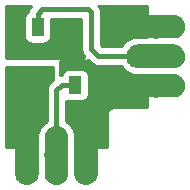
<source format=gbr>
G04 #@! TF.GenerationSoftware,KiCad,Pcbnew,(2017-05-31 revision c0bb8a30c)-makepkg*
G04 #@! TF.CreationDate,2017-07-13T16:13:06-05:00*
G04 #@! TF.ProjectId,45 Neo,3435204E656F2E6B696361645F706362,rev?*
G04 #@! TF.FileFunction,Copper,L1,Top,Signal*
G04 #@! TF.FilePolarity,Positive*
%FSLAX46Y46*%
G04 Gerber Fmt 4.6, Leading zero omitted, Abs format (unit mm)*
G04 Created by KiCad (PCBNEW (2017-05-31 revision c0bb8a30c)-makepkg) date 07/13/17 16:13:06*
%MOMM*%
%LPD*%
G01*
G04 APERTURE LIST*
%ADD10C,0.100000*%
%ADD11C,0.600000*%
%ADD12R,0.750000X0.800000*%
%ADD13C,2.000000*%
%ADD14R,1.000000X1.500000*%
%ADD15C,0.400000*%
%ADD16C,0.254000*%
G04 APERTURE END LIST*
D10*
D11*
X60000000Y-8500000D03*
X60000000Y-7500000D03*
X60000000Y-1500000D03*
X60000000Y-2500000D03*
X64800000Y-5000000D03*
X55000000Y-14800000D03*
X58500000Y-10000000D03*
X51500000Y-10000000D03*
X62000000Y-5000000D03*
X55000000Y-12000000D03*
X57500000Y-10000000D03*
X52500000Y-10000000D03*
D12*
X51400000Y-6300000D03*
X51400000Y-4800000D03*
D10*
G36*
X64998017Y-4004814D02*
X65095090Y-4019214D01*
X65190285Y-4043059D01*
X65282683Y-4076119D01*
X65371397Y-4118078D01*
X65455570Y-4168529D01*
X65534393Y-4226989D01*
X65607107Y-4292892D01*
X65673010Y-4365606D01*
X65731470Y-4444429D01*
X65781921Y-4528602D01*
X65823880Y-4617316D01*
X65856940Y-4709714D01*
X65880785Y-4804909D01*
X65895185Y-4901982D01*
X65900000Y-4999999D01*
X65900000Y-5000001D01*
X65895185Y-5098018D01*
X65880785Y-5195091D01*
X65856940Y-5290286D01*
X65823880Y-5382684D01*
X65781921Y-5471398D01*
X65731470Y-5555571D01*
X65673010Y-5634394D01*
X65607107Y-5707108D01*
X65534393Y-5773011D01*
X65455570Y-5831471D01*
X65371397Y-5881922D01*
X65282683Y-5923881D01*
X65190285Y-5956941D01*
X65095090Y-5980786D01*
X64998017Y-5995186D01*
X64900000Y-6000001D01*
X61900000Y-6000001D01*
X61801983Y-5995186D01*
X61704910Y-5980786D01*
X61609715Y-5956941D01*
X61517317Y-5923881D01*
X61428603Y-5881922D01*
X61344430Y-5831471D01*
X61265607Y-5773011D01*
X61192893Y-5707108D01*
X61126990Y-5634394D01*
X61068530Y-5555571D01*
X61018079Y-5471398D01*
X60976120Y-5382684D01*
X60943060Y-5290286D01*
X60919215Y-5195091D01*
X60904815Y-5098018D01*
X60900000Y-5000001D01*
X60900000Y-4999999D01*
X60904815Y-4901982D01*
X60919215Y-4804909D01*
X60943060Y-4709714D01*
X60976120Y-4617316D01*
X61018079Y-4528602D01*
X61068530Y-4444429D01*
X61126990Y-4365606D01*
X61192893Y-4292892D01*
X61265607Y-4226989D01*
X61344430Y-4168529D01*
X61428603Y-4118078D01*
X61517317Y-4076119D01*
X61609715Y-4043059D01*
X61704910Y-4019214D01*
X61801983Y-4004814D01*
X61900000Y-3999999D01*
X64900000Y-3999999D01*
X64998017Y-4004814D01*
X64998017Y-4004814D01*
G37*
D13*
X63400000Y-5000000D03*
D10*
G36*
X64998017Y-1504814D02*
X65095090Y-1519214D01*
X65190285Y-1543059D01*
X65282683Y-1576119D01*
X65371397Y-1618078D01*
X65455570Y-1668529D01*
X65534393Y-1726989D01*
X65607107Y-1792892D01*
X65673010Y-1865606D01*
X65731470Y-1944429D01*
X65781921Y-2028602D01*
X65823880Y-2117316D01*
X65856940Y-2209714D01*
X65880785Y-2304909D01*
X65895185Y-2401982D01*
X65900000Y-2499999D01*
X65900000Y-2500001D01*
X65895185Y-2598018D01*
X65880785Y-2695091D01*
X65856940Y-2790286D01*
X65823880Y-2882684D01*
X65781921Y-2971398D01*
X65731470Y-3055571D01*
X65673010Y-3134394D01*
X65607107Y-3207108D01*
X65534393Y-3273011D01*
X65455570Y-3331471D01*
X65371397Y-3381922D01*
X65282683Y-3423881D01*
X65190285Y-3456941D01*
X65095090Y-3480786D01*
X64998017Y-3495186D01*
X64900000Y-3500001D01*
X61900000Y-3500001D01*
X61801983Y-3495186D01*
X61704910Y-3480786D01*
X61609715Y-3456941D01*
X61517317Y-3423881D01*
X61428603Y-3381922D01*
X61344430Y-3331471D01*
X61265607Y-3273011D01*
X61192893Y-3207108D01*
X61126990Y-3134394D01*
X61068530Y-3055571D01*
X61018079Y-2971398D01*
X60976120Y-2882684D01*
X60943060Y-2790286D01*
X60919215Y-2695091D01*
X60904815Y-2598018D01*
X60900000Y-2500001D01*
X60900000Y-2499999D01*
X60904815Y-2401982D01*
X60919215Y-2304909D01*
X60943060Y-2209714D01*
X60976120Y-2117316D01*
X61018079Y-2028602D01*
X61068530Y-1944429D01*
X61126990Y-1865606D01*
X61192893Y-1792892D01*
X61265607Y-1726989D01*
X61344430Y-1668529D01*
X61428603Y-1618078D01*
X61517317Y-1576119D01*
X61609715Y-1543059D01*
X61704910Y-1519214D01*
X61801983Y-1504814D01*
X61900000Y-1499999D01*
X64900000Y-1499999D01*
X64998017Y-1504814D01*
X64998017Y-1504814D01*
G37*
D13*
X63400000Y-2500000D03*
D10*
G36*
X64998017Y-6504814D02*
X65095090Y-6519214D01*
X65190285Y-6543059D01*
X65282683Y-6576119D01*
X65371397Y-6618078D01*
X65455570Y-6668529D01*
X65534393Y-6726989D01*
X65607107Y-6792892D01*
X65673010Y-6865606D01*
X65731470Y-6944429D01*
X65781921Y-7028602D01*
X65823880Y-7117316D01*
X65856940Y-7209714D01*
X65880785Y-7304909D01*
X65895185Y-7401982D01*
X65900000Y-7499999D01*
X65900000Y-7500001D01*
X65895185Y-7598018D01*
X65880785Y-7695091D01*
X65856940Y-7790286D01*
X65823880Y-7882684D01*
X65781921Y-7971398D01*
X65731470Y-8055571D01*
X65673010Y-8134394D01*
X65607107Y-8207108D01*
X65534393Y-8273011D01*
X65455570Y-8331471D01*
X65371397Y-8381922D01*
X65282683Y-8423881D01*
X65190285Y-8456941D01*
X65095090Y-8480786D01*
X64998017Y-8495186D01*
X64900000Y-8500001D01*
X61900000Y-8500001D01*
X61801983Y-8495186D01*
X61704910Y-8480786D01*
X61609715Y-8456941D01*
X61517317Y-8423881D01*
X61428603Y-8381922D01*
X61344430Y-8331471D01*
X61265607Y-8273011D01*
X61192893Y-8207108D01*
X61126990Y-8134394D01*
X61068530Y-8055571D01*
X61018079Y-7971398D01*
X60976120Y-7882684D01*
X60943060Y-7790286D01*
X60919215Y-7695091D01*
X60904815Y-7598018D01*
X60900000Y-7500001D01*
X60900000Y-7499999D01*
X60904815Y-7401982D01*
X60919215Y-7304909D01*
X60943060Y-7209714D01*
X60976120Y-7117316D01*
X61018079Y-7028602D01*
X61068530Y-6944429D01*
X61126990Y-6865606D01*
X61192893Y-6792892D01*
X61265607Y-6726989D01*
X61344430Y-6668529D01*
X61428603Y-6618078D01*
X61517317Y-6576119D01*
X61609715Y-6543059D01*
X61704910Y-6519214D01*
X61801983Y-6504814D01*
X61900000Y-6499999D01*
X64900000Y-6499999D01*
X64998017Y-6504814D01*
X64998017Y-6504814D01*
G37*
D13*
X63400000Y-7500000D03*
D10*
G36*
X52598018Y-10904815D02*
X52695091Y-10919215D01*
X52790286Y-10943060D01*
X52882684Y-10976120D01*
X52971398Y-11018079D01*
X53055571Y-11068530D01*
X53134394Y-11126990D01*
X53207108Y-11192893D01*
X53273011Y-11265607D01*
X53331471Y-11344430D01*
X53381922Y-11428603D01*
X53423881Y-11517317D01*
X53456941Y-11609715D01*
X53480786Y-11704910D01*
X53495186Y-11801983D01*
X53500001Y-11900000D01*
X53500001Y-14900000D01*
X53495186Y-14998017D01*
X53480786Y-15095090D01*
X53456941Y-15190285D01*
X53423881Y-15282683D01*
X53381922Y-15371397D01*
X53331471Y-15455570D01*
X53273011Y-15534393D01*
X53207108Y-15607107D01*
X53134394Y-15673010D01*
X53055571Y-15731470D01*
X52971398Y-15781921D01*
X52882684Y-15823880D01*
X52790286Y-15856940D01*
X52695091Y-15880785D01*
X52598018Y-15895185D01*
X52500001Y-15900000D01*
X52499999Y-15900000D01*
X52401982Y-15895185D01*
X52304909Y-15880785D01*
X52209714Y-15856940D01*
X52117316Y-15823880D01*
X52028602Y-15781921D01*
X51944429Y-15731470D01*
X51865606Y-15673010D01*
X51792892Y-15607107D01*
X51726989Y-15534393D01*
X51668529Y-15455570D01*
X51618078Y-15371397D01*
X51576119Y-15282683D01*
X51543059Y-15190285D01*
X51519214Y-15095090D01*
X51504814Y-14998017D01*
X51499999Y-14900000D01*
X51499999Y-11900000D01*
X51504814Y-11801983D01*
X51519214Y-11704910D01*
X51543059Y-11609715D01*
X51576119Y-11517317D01*
X51618078Y-11428603D01*
X51668529Y-11344430D01*
X51726989Y-11265607D01*
X51792892Y-11192893D01*
X51865606Y-11126990D01*
X51944429Y-11068530D01*
X52028602Y-11018079D01*
X52117316Y-10976120D01*
X52209714Y-10943060D01*
X52304909Y-10919215D01*
X52401982Y-10904815D01*
X52499999Y-10900000D01*
X52500001Y-10900000D01*
X52598018Y-10904815D01*
X52598018Y-10904815D01*
G37*
D13*
X52500000Y-13400000D03*
D10*
G36*
X57598018Y-10904815D02*
X57695091Y-10919215D01*
X57790286Y-10943060D01*
X57882684Y-10976120D01*
X57971398Y-11018079D01*
X58055571Y-11068530D01*
X58134394Y-11126990D01*
X58207108Y-11192893D01*
X58273011Y-11265607D01*
X58331471Y-11344430D01*
X58381922Y-11428603D01*
X58423881Y-11517317D01*
X58456941Y-11609715D01*
X58480786Y-11704910D01*
X58495186Y-11801983D01*
X58500001Y-11900000D01*
X58500001Y-14900000D01*
X58495186Y-14998017D01*
X58480786Y-15095090D01*
X58456941Y-15190285D01*
X58423881Y-15282683D01*
X58381922Y-15371397D01*
X58331471Y-15455570D01*
X58273011Y-15534393D01*
X58207108Y-15607107D01*
X58134394Y-15673010D01*
X58055571Y-15731470D01*
X57971398Y-15781921D01*
X57882684Y-15823880D01*
X57790286Y-15856940D01*
X57695091Y-15880785D01*
X57598018Y-15895185D01*
X57500001Y-15900000D01*
X57499999Y-15900000D01*
X57401982Y-15895185D01*
X57304909Y-15880785D01*
X57209714Y-15856940D01*
X57117316Y-15823880D01*
X57028602Y-15781921D01*
X56944429Y-15731470D01*
X56865606Y-15673010D01*
X56792892Y-15607107D01*
X56726989Y-15534393D01*
X56668529Y-15455570D01*
X56618078Y-15371397D01*
X56576119Y-15282683D01*
X56543059Y-15190285D01*
X56519214Y-15095090D01*
X56504814Y-14998017D01*
X56499999Y-14900000D01*
X56499999Y-11900000D01*
X56504814Y-11801983D01*
X56519214Y-11704910D01*
X56543059Y-11609715D01*
X56576119Y-11517317D01*
X56618078Y-11428603D01*
X56668529Y-11344430D01*
X56726989Y-11265607D01*
X56792892Y-11192893D01*
X56865606Y-11126990D01*
X56944429Y-11068530D01*
X57028602Y-11018079D01*
X57117316Y-10976120D01*
X57209714Y-10943060D01*
X57304909Y-10919215D01*
X57401982Y-10904815D01*
X57499999Y-10900000D01*
X57500001Y-10900000D01*
X57598018Y-10904815D01*
X57598018Y-10904815D01*
G37*
D13*
X57500000Y-13400000D03*
D10*
G36*
X55098018Y-10904815D02*
X55195091Y-10919215D01*
X55290286Y-10943060D01*
X55382684Y-10976120D01*
X55471398Y-11018079D01*
X55555571Y-11068530D01*
X55634394Y-11126990D01*
X55707108Y-11192893D01*
X55773011Y-11265607D01*
X55831471Y-11344430D01*
X55881922Y-11428603D01*
X55923881Y-11517317D01*
X55956941Y-11609715D01*
X55980786Y-11704910D01*
X55995186Y-11801983D01*
X56000001Y-11900000D01*
X56000001Y-14900000D01*
X55995186Y-14998017D01*
X55980786Y-15095090D01*
X55956941Y-15190285D01*
X55923881Y-15282683D01*
X55881922Y-15371397D01*
X55831471Y-15455570D01*
X55773011Y-15534393D01*
X55707108Y-15607107D01*
X55634394Y-15673010D01*
X55555571Y-15731470D01*
X55471398Y-15781921D01*
X55382684Y-15823880D01*
X55290286Y-15856940D01*
X55195091Y-15880785D01*
X55098018Y-15895185D01*
X55000001Y-15900000D01*
X54999999Y-15900000D01*
X54901982Y-15895185D01*
X54804909Y-15880785D01*
X54709714Y-15856940D01*
X54617316Y-15823880D01*
X54528602Y-15781921D01*
X54444429Y-15731470D01*
X54365606Y-15673010D01*
X54292892Y-15607107D01*
X54226989Y-15534393D01*
X54168529Y-15455570D01*
X54118078Y-15371397D01*
X54076119Y-15282683D01*
X54043059Y-15190285D01*
X54019214Y-15095090D01*
X54004814Y-14998017D01*
X53999999Y-14900000D01*
X53999999Y-11900000D01*
X54004814Y-11801983D01*
X54019214Y-11704910D01*
X54043059Y-11609715D01*
X54076119Y-11517317D01*
X54118078Y-11428603D01*
X54168529Y-11344430D01*
X54226989Y-11265607D01*
X54292892Y-11192893D01*
X54365606Y-11126990D01*
X54444429Y-11068530D01*
X54528602Y-11018079D01*
X54617316Y-10976120D01*
X54709714Y-10943060D01*
X54804909Y-10919215D01*
X54901982Y-10904815D01*
X54999999Y-10900000D01*
X55000001Y-10900000D01*
X55098018Y-10904815D01*
X55098018Y-10904815D01*
G37*
D13*
X55000000Y-13400000D03*
D14*
X56600000Y-2550000D03*
X53400000Y-2550000D03*
X53400000Y-7450000D03*
X56600000Y-7450000D03*
D15*
X52500000Y-10000000D02*
X52500000Y-13400000D01*
X60000000Y-2500000D02*
X63400000Y-2500000D01*
X56600000Y-2550000D02*
X56600000Y-4850000D01*
X56600000Y-4850000D02*
X58750000Y-7000000D01*
X58750000Y-7000000D02*
X59500000Y-7000000D01*
X59500000Y-7000000D02*
X60000000Y-7500000D01*
X57500000Y-10000000D02*
X57500000Y-13400000D01*
X60000000Y-7500000D02*
X63400000Y-7500000D01*
X53800000Y-1000000D02*
X57650000Y-1000000D01*
X53400000Y-1400000D02*
X53800000Y-1000000D01*
X53400000Y-2550000D02*
X53400000Y-1400000D01*
X57950000Y-4400000D02*
X58550000Y-5000000D01*
X58550000Y-5000000D02*
X62000000Y-5000000D01*
X57950000Y-1300000D02*
X57950000Y-4400000D01*
X57650000Y-1000000D02*
X57950000Y-1300000D01*
X55450000Y-7450000D02*
X55000000Y-7900000D01*
X55000000Y-7900000D02*
X55000000Y-13400000D01*
X56600000Y-7450000D02*
X55450000Y-7450000D01*
D16*
G36*
X52809566Y-809566D02*
X52760596Y-869182D01*
X52711030Y-928253D01*
X52708917Y-932096D01*
X52706127Y-935493D01*
X52669648Y-1003526D01*
X52632522Y-1071059D01*
X52631195Y-1075242D01*
X52629119Y-1079114D01*
X52606563Y-1152893D01*
X52583247Y-1226394D01*
X52582758Y-1230758D01*
X52581474Y-1234956D01*
X52579832Y-1251115D01*
X52545506Y-1269463D01*
X52448815Y-1348815D01*
X52369463Y-1445506D01*
X52310498Y-1555820D01*
X52274188Y-1675518D01*
X52261928Y-1800000D01*
X52261928Y-3300000D01*
X52274188Y-3424482D01*
X52310498Y-3544180D01*
X52369463Y-3654494D01*
X52448815Y-3751185D01*
X52545506Y-3830537D01*
X52655820Y-3889502D01*
X52775518Y-3925812D01*
X52900000Y-3938072D01*
X53900000Y-3938072D01*
X54024482Y-3925812D01*
X54144180Y-3889502D01*
X54254494Y-3830537D01*
X54351185Y-3751185D01*
X54430537Y-3654494D01*
X54489502Y-3544180D01*
X54525812Y-3424482D01*
X54538072Y-3300000D01*
X54538072Y-1835000D01*
X57115000Y-1835000D01*
X57115000Y-4400000D01*
X57122525Y-4476747D01*
X57129249Y-4553600D01*
X57130473Y-4557814D01*
X57130902Y-4562186D01*
X57153212Y-4636081D01*
X57174715Y-4710092D01*
X57176734Y-4713986D01*
X57178004Y-4718194D01*
X57214223Y-4786311D01*
X57249710Y-4854774D01*
X57252451Y-4858207D01*
X57254511Y-4862082D01*
X57303269Y-4921866D01*
X57351380Y-4982133D01*
X57357400Y-4988238D01*
X57357508Y-4988370D01*
X57357631Y-4988471D01*
X57359566Y-4990434D01*
X57373000Y-5003868D01*
X57373000Y-5173000D01*
X50735000Y-5173000D01*
X50735000Y-735000D01*
X52884132Y-735000D01*
X52809566Y-809566D01*
X52809566Y-809566D01*
G37*
X52809566Y-809566D02*
X52760596Y-869182D01*
X52711030Y-928253D01*
X52708917Y-932096D01*
X52706127Y-935493D01*
X52669648Y-1003526D01*
X52632522Y-1071059D01*
X52631195Y-1075242D01*
X52629119Y-1079114D01*
X52606563Y-1152893D01*
X52583247Y-1226394D01*
X52582758Y-1230758D01*
X52581474Y-1234956D01*
X52579832Y-1251115D01*
X52545506Y-1269463D01*
X52448815Y-1348815D01*
X52369463Y-1445506D01*
X52310498Y-1555820D01*
X52274188Y-1675518D01*
X52261928Y-1800000D01*
X52261928Y-3300000D01*
X52274188Y-3424482D01*
X52310498Y-3544180D01*
X52369463Y-3654494D01*
X52448815Y-3751185D01*
X52545506Y-3830537D01*
X52655820Y-3889502D01*
X52775518Y-3925812D01*
X52900000Y-3938072D01*
X53900000Y-3938072D01*
X54024482Y-3925812D01*
X54144180Y-3889502D01*
X54254494Y-3830537D01*
X54351185Y-3751185D01*
X54430537Y-3654494D01*
X54489502Y-3544180D01*
X54525812Y-3424482D01*
X54538072Y-3300000D01*
X54538072Y-1835000D01*
X57115000Y-1835000D01*
X57115000Y-4400000D01*
X57122525Y-4476747D01*
X57129249Y-4553600D01*
X57130473Y-4557814D01*
X57130902Y-4562186D01*
X57153212Y-4636081D01*
X57174715Y-4710092D01*
X57176734Y-4713986D01*
X57178004Y-4718194D01*
X57214223Y-4786311D01*
X57249710Y-4854774D01*
X57252451Y-4858207D01*
X57254511Y-4862082D01*
X57303269Y-4921866D01*
X57351380Y-4982133D01*
X57357400Y-4988238D01*
X57357508Y-4988370D01*
X57357631Y-4988471D01*
X57359566Y-4990434D01*
X57373000Y-5003868D01*
X57373000Y-5173000D01*
X50735000Y-5173000D01*
X50735000Y-735000D01*
X52884132Y-735000D01*
X52809566Y-809566D01*
G36*
X57959566Y-5590434D02*
X58019155Y-5639382D01*
X58078253Y-5688970D01*
X58082100Y-5691085D01*
X58085493Y-5693872D01*
X58153506Y-5730341D01*
X58221059Y-5767478D01*
X58225240Y-5768804D01*
X58229113Y-5770881D01*
X58302907Y-5793441D01*
X58376394Y-5816753D01*
X58380758Y-5817242D01*
X58384956Y-5818526D01*
X58461671Y-5826319D01*
X58538342Y-5834919D01*
X58546924Y-5834979D01*
X58547085Y-5834995D01*
X58547235Y-5834981D01*
X58550000Y-5835000D01*
X60497870Y-5835000D01*
X60537993Y-5910065D01*
X60741708Y-6158293D01*
X60989936Y-6362008D01*
X61273137Y-6513382D01*
X61580428Y-6606598D01*
X61900000Y-6638073D01*
X62665000Y-6638073D01*
X62665000Y-9265000D01*
X60000000Y-9265000D01*
X59931148Y-9271751D01*
X59862275Y-9278019D01*
X59859803Y-9278746D01*
X59857238Y-9278998D01*
X59791025Y-9298989D01*
X59724664Y-9318520D01*
X59722379Y-9319714D01*
X59719913Y-9320459D01*
X59658862Y-9352920D01*
X59597541Y-9384978D01*
X59595532Y-9386594D01*
X59593257Y-9387803D01*
X59539685Y-9431496D01*
X59485747Y-9474863D01*
X59484089Y-9476839D01*
X59482094Y-9478466D01*
X59438000Y-9531766D01*
X59393542Y-9584749D01*
X59392302Y-9587005D01*
X59390657Y-9588993D01*
X59357726Y-9649898D01*
X59324436Y-9710453D01*
X59323657Y-9712908D01*
X59322431Y-9715176D01*
X59301961Y-9781303D01*
X59281062Y-9847185D01*
X59280775Y-9849743D01*
X59280012Y-9852208D01*
X59272775Y-9921065D01*
X59265072Y-9989738D01*
X59265037Y-9994685D01*
X59265018Y-9994869D01*
X59265035Y-9995053D01*
X59265000Y-10000000D01*
X59265000Y-12665000D01*
X56638073Y-12665000D01*
X56638073Y-11900000D01*
X56606598Y-11580428D01*
X56513382Y-11273137D01*
X56362008Y-10989936D01*
X56158293Y-10741708D01*
X55910065Y-10537993D01*
X55835000Y-10497870D01*
X55835000Y-8778373D01*
X55855820Y-8789502D01*
X55975518Y-8825812D01*
X56100000Y-8838072D01*
X57100000Y-8838072D01*
X57224482Y-8825812D01*
X57344180Y-8789502D01*
X57454494Y-8730537D01*
X57551185Y-8651185D01*
X57630537Y-8554494D01*
X57689502Y-8444180D01*
X57725812Y-8324482D01*
X57738072Y-8200000D01*
X57738072Y-6700000D01*
X57725812Y-6575518D01*
X57689502Y-6455820D01*
X57630537Y-6345506D01*
X57551185Y-6248815D01*
X57454494Y-6169463D01*
X57344180Y-6110498D01*
X57224482Y-6074188D01*
X57100000Y-6061928D01*
X56100000Y-6061928D01*
X55975518Y-6074188D01*
X55855820Y-6110498D01*
X55745506Y-6169463D01*
X55648815Y-6248815D01*
X55569463Y-6345506D01*
X55510498Y-6455820D01*
X55474188Y-6575518D01*
X55470299Y-6615000D01*
X55450000Y-6615000D01*
X55373208Y-6622529D01*
X55327000Y-6626572D01*
X55327000Y-5427000D01*
X57500000Y-5427000D01*
X57548601Y-5417333D01*
X57589803Y-5389803D01*
X57617333Y-5348601D01*
X57621630Y-5327000D01*
X57696132Y-5327000D01*
X57959566Y-5590434D01*
X57959566Y-5590434D01*
G37*
X57959566Y-5590434D02*
X58019155Y-5639382D01*
X58078253Y-5688970D01*
X58082100Y-5691085D01*
X58085493Y-5693872D01*
X58153506Y-5730341D01*
X58221059Y-5767478D01*
X58225240Y-5768804D01*
X58229113Y-5770881D01*
X58302907Y-5793441D01*
X58376394Y-5816753D01*
X58380758Y-5817242D01*
X58384956Y-5818526D01*
X58461671Y-5826319D01*
X58538342Y-5834919D01*
X58546924Y-5834979D01*
X58547085Y-5834995D01*
X58547235Y-5834981D01*
X58550000Y-5835000D01*
X60497870Y-5835000D01*
X60537993Y-5910065D01*
X60741708Y-6158293D01*
X60989936Y-6362008D01*
X61273137Y-6513382D01*
X61580428Y-6606598D01*
X61900000Y-6638073D01*
X62665000Y-6638073D01*
X62665000Y-9265000D01*
X60000000Y-9265000D01*
X59931148Y-9271751D01*
X59862275Y-9278019D01*
X59859803Y-9278746D01*
X59857238Y-9278998D01*
X59791025Y-9298989D01*
X59724664Y-9318520D01*
X59722379Y-9319714D01*
X59719913Y-9320459D01*
X59658862Y-9352920D01*
X59597541Y-9384978D01*
X59595532Y-9386594D01*
X59593257Y-9387803D01*
X59539685Y-9431496D01*
X59485747Y-9474863D01*
X59484089Y-9476839D01*
X59482094Y-9478466D01*
X59438000Y-9531766D01*
X59393542Y-9584749D01*
X59392302Y-9587005D01*
X59390657Y-9588993D01*
X59357726Y-9649898D01*
X59324436Y-9710453D01*
X59323657Y-9712908D01*
X59322431Y-9715176D01*
X59301961Y-9781303D01*
X59281062Y-9847185D01*
X59280775Y-9849743D01*
X59280012Y-9852208D01*
X59272775Y-9921065D01*
X59265072Y-9989738D01*
X59265037Y-9994685D01*
X59265018Y-9994869D01*
X59265035Y-9995053D01*
X59265000Y-10000000D01*
X59265000Y-12665000D01*
X56638073Y-12665000D01*
X56638073Y-11900000D01*
X56606598Y-11580428D01*
X56513382Y-11273137D01*
X56362008Y-10989936D01*
X56158293Y-10741708D01*
X55910065Y-10537993D01*
X55835000Y-10497870D01*
X55835000Y-8778373D01*
X55855820Y-8789502D01*
X55975518Y-8825812D01*
X56100000Y-8838072D01*
X57100000Y-8838072D01*
X57224482Y-8825812D01*
X57344180Y-8789502D01*
X57454494Y-8730537D01*
X57551185Y-8651185D01*
X57630537Y-8554494D01*
X57689502Y-8444180D01*
X57725812Y-8324482D01*
X57738072Y-8200000D01*
X57738072Y-6700000D01*
X57725812Y-6575518D01*
X57689502Y-6455820D01*
X57630537Y-6345506D01*
X57551185Y-6248815D01*
X57454494Y-6169463D01*
X57344180Y-6110498D01*
X57224482Y-6074188D01*
X57100000Y-6061928D01*
X56100000Y-6061928D01*
X55975518Y-6074188D01*
X55855820Y-6110498D01*
X55745506Y-6169463D01*
X55648815Y-6248815D01*
X55569463Y-6345506D01*
X55510498Y-6455820D01*
X55474188Y-6575518D01*
X55470299Y-6615000D01*
X55450000Y-6615000D01*
X55373208Y-6622529D01*
X55327000Y-6626572D01*
X55327000Y-5427000D01*
X57500000Y-5427000D01*
X57548601Y-5417333D01*
X57589803Y-5389803D01*
X57617333Y-5348601D01*
X57621630Y-5327000D01*
X57696132Y-5327000D01*
X57959566Y-5590434D01*
G36*
X54673000Y-7046132D02*
X54409566Y-7309566D01*
X54360596Y-7369182D01*
X54311030Y-7428253D01*
X54308917Y-7432096D01*
X54306127Y-7435493D01*
X54269648Y-7503526D01*
X54232522Y-7571059D01*
X54231195Y-7575242D01*
X54229119Y-7579114D01*
X54206563Y-7652893D01*
X54183247Y-7726394D01*
X54182758Y-7730758D01*
X54181474Y-7734956D01*
X54173676Y-7811716D01*
X54165081Y-7888342D01*
X54165021Y-7896913D01*
X54165004Y-7897085D01*
X54165019Y-7897245D01*
X54165000Y-7900000D01*
X54165000Y-10497870D01*
X54089935Y-10537993D01*
X53841707Y-10741708D01*
X53637992Y-10989936D01*
X53486618Y-11273137D01*
X53393402Y-11580428D01*
X53361927Y-11900000D01*
X53361927Y-12665000D01*
X50735000Y-12665000D01*
X50735000Y-5935000D01*
X54673000Y-5935000D01*
X54673000Y-7046132D01*
X54673000Y-7046132D01*
G37*
X54673000Y-7046132D02*
X54409566Y-7309566D01*
X54360596Y-7369182D01*
X54311030Y-7428253D01*
X54308917Y-7432096D01*
X54306127Y-7435493D01*
X54269648Y-7503526D01*
X54232522Y-7571059D01*
X54231195Y-7575242D01*
X54229119Y-7579114D01*
X54206563Y-7652893D01*
X54183247Y-7726394D01*
X54182758Y-7730758D01*
X54181474Y-7734956D01*
X54173676Y-7811716D01*
X54165081Y-7888342D01*
X54165021Y-7896913D01*
X54165004Y-7897085D01*
X54165019Y-7897245D01*
X54165000Y-7900000D01*
X54165000Y-10497870D01*
X54089935Y-10537993D01*
X53841707Y-10741708D01*
X53637992Y-10989936D01*
X53486618Y-11273137D01*
X53393402Y-11580428D01*
X53361927Y-11900000D01*
X53361927Y-12665000D01*
X50735000Y-12665000D01*
X50735000Y-5935000D01*
X54673000Y-5935000D01*
X54673000Y-7046132D01*
G36*
X62665000Y-3361927D02*
X61900000Y-3361927D01*
X61580428Y-3393402D01*
X61273137Y-3486618D01*
X60989936Y-3637992D01*
X60741708Y-3841707D01*
X60537993Y-4089935D01*
X60497870Y-4165000D01*
X58895868Y-4165000D01*
X58785000Y-4054132D01*
X58785000Y-1300000D01*
X58777471Y-1223208D01*
X58770751Y-1146400D01*
X58769527Y-1142186D01*
X58769098Y-1137814D01*
X58746792Y-1063933D01*
X58725285Y-989907D01*
X58723266Y-986011D01*
X58721996Y-981806D01*
X58685787Y-913707D01*
X58650290Y-845226D01*
X58647549Y-841793D01*
X58645489Y-837918D01*
X58596731Y-778134D01*
X58562297Y-735000D01*
X62665000Y-735000D01*
X62665000Y-3361927D01*
X62665000Y-3361927D01*
G37*
X62665000Y-3361927D02*
X61900000Y-3361927D01*
X61580428Y-3393402D01*
X61273137Y-3486618D01*
X60989936Y-3637992D01*
X60741708Y-3841707D01*
X60537993Y-4089935D01*
X60497870Y-4165000D01*
X58895868Y-4165000D01*
X58785000Y-4054132D01*
X58785000Y-1300000D01*
X58777471Y-1223208D01*
X58770751Y-1146400D01*
X58769527Y-1142186D01*
X58769098Y-1137814D01*
X58746792Y-1063933D01*
X58725285Y-989907D01*
X58723266Y-986011D01*
X58721996Y-981806D01*
X58685787Y-913707D01*
X58650290Y-845226D01*
X58647549Y-841793D01*
X58645489Y-837918D01*
X58596731Y-778134D01*
X58562297Y-735000D01*
X62665000Y-735000D01*
X62665000Y-3361927D01*
M02*

</source>
